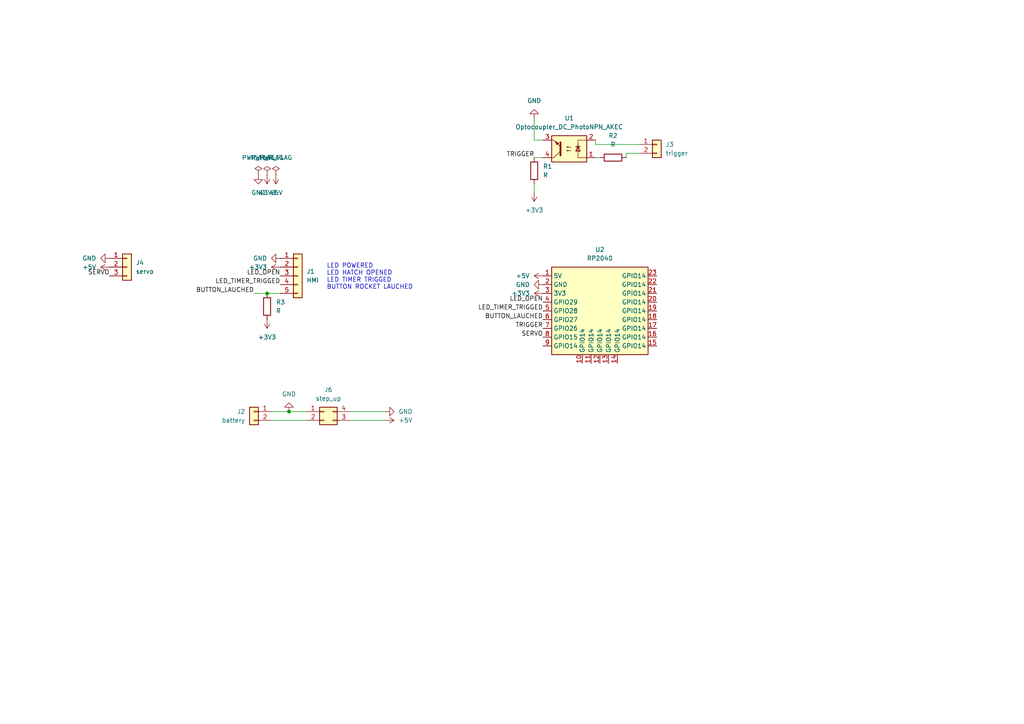
<source format=kicad_sch>
(kicad_sch (version 20250114) (generator "eeschema") (generator_version "9.0")
  (paper "A4")
  (lib_symbols
    (symbol "Connector_Generic:Conn_01x02" (pin_names (offset 1.016) (hide yes))
      (property "Reference" "J" (at 0 2.54 0))
      (property "Value" "Conn_01x02" (at 0 -5.08 0))
      (symbol "Conn_01x02_1_1"
        (rectangle (start -1.27 1.27) (end 1.27 -3.81) (stroke (width 0.254)) (fill (type background)))
        (rectangle (start -1.27 0.127) (end 0 -0.127) (stroke (width 0.1524)))
        (rectangle (start -1.27 -2.413) (end 0 -2.667) (stroke (width 0.1524)))
        (pin passive line (at -5.08 0 0) (length 3.81) (name "Pin_1") (number "1"))
        (pin passive line (at -5.08 -2.54 0) (length 3.81) (name "Pin_2") (number "2"))
      )
    )
    (symbol "Connector_Generic:Conn_01x03" (pin_names (offset 1.016) (hide yes))
      (property "Reference" "J" (at 0 5.08 0))
      (property "Value" "Conn_01x03" (at 0 -5.08 0))
      (symbol "Conn_01x03_1_1"
        (rectangle (start -1.27 3.81) (end 1.27 -3.81) (stroke (width 0.254)) (fill (type background)))
        (rectangle (start -1.27 2.667) (end 0 2.413) (stroke (width 0.1524)))
        (rectangle (start -1.27 0.127) (end 0 -0.127) (stroke (width 0.1524)))
        (rectangle (start -1.27 -2.413) (end 0 -2.667) (stroke (width 0.1524)))
        (pin passive line (at -5.08 2.54 0) (length 3.81) (name "Pin_1") (number "1"))
        (pin passive line (at -5.08 0 0) (length 3.81) (name "Pin_2") (number "2"))
        (pin passive line (at -5.08 -2.54 0) (length 3.81) (name "Pin_3") (number "3"))
      )
    )
    (symbol "Connector_Generic:Conn_01x05" (pin_names (offset 1.016) (hide yes))
      (property "Reference" "J" (at 0 7.62 0))
      (property "Value" "Conn_01x05" (at 0 -7.62 0))
      (symbol "Conn_01x05_1_1"
        (rectangle (start -1.27 6.35) (end 1.27 -6.35) (stroke (width 0.254)) (fill (type background)))
        (rectangle (start -1.27 5.207) (end 0 4.953) (stroke (width 0.1524)))
        (rectangle (start -1.27 2.667) (end 0 2.413) (stroke (width 0.1524)))
        (rectangle (start -1.27 0.127) (end 0 -0.127) (stroke (width 0.1524)))
        (rectangle (start -1.27 -2.413) (end 0 -2.667) (stroke (width 0.1524)))
        (rectangle (start -1.27 -4.953) (end 0 -5.207) (stroke (width 0.1524)))
        (pin passive line (at -5.08 5.08 0) (length 3.81) (name "Pin_1") (number "1"))
        (pin passive line (at -5.08 2.54 0) (length 3.81) (name "Pin_2") (number "2"))
        (pin passive line (at -5.08 0 0) (length 3.81) (name "Pin_3") (number "3"))
        (pin passive line (at -5.08 -2.54 0) (length 3.81) (name "Pin_4") (number "4"))
        (pin passive line (at -5.08 -5.08 0) (length 3.81) (name "Pin_5") (number "5"))
      )
    )
    (symbol "Connector_Generic:Conn_02x02_Counter_Clockwise" (pin_names (offset 1.016) (hide yes))
      (property "Reference" "J" (at 1.27 2.54 0))
      (property "Value" "Conn_02x02_Counter_Clockwise" (at 1.27 -5.08 0))
      (symbol "Conn_02x02_Counter_Clockwise_1_1"
        (rectangle (start -1.27 1.27) (end 3.81 -3.81) (stroke (width 0.254)) (fill (type background)))
        (rectangle (start -1.27 0.127) (end 0 -0.127) (stroke (width 0.1524)))
        (rectangle (start -1.27 -2.413) (end 0 -2.667) (stroke (width 0.1524)))
        (rectangle (start 3.81 0.127) (end 2.54 -0.127) (stroke (width 0.1524)))
        (rectangle (start 3.81 -2.413) (end 2.54 -2.667) (stroke (width 0.1524)))
        (pin passive line (at -5.08 0 0) (length 3.81) (name "Pin_1") (number "1"))
        (pin passive line (at -5.08 -2.54 0) (length 3.81) (name "Pin_2") (number "2"))
        (pin passive line (at 7.62 0 180) (length 3.81) (name "Pin_4") (number "4"))
        (pin passive line (at 7.62 -2.54 180) (length 3.81) (name "Pin_3") (number "3"))
      )
    )
    (symbol "Device:R" (pin_numbers (hide yes)) (pin_names (offset 0))
      (property "Reference" "R" (at 2.032 0 90))
      (property "Value" "R" (at 0 0 90))
      (symbol "R_0_1"
        (rectangle (start -1.016 -2.54) (end 1.016 2.54) (stroke (width 0.254)))
      )
      (symbol "R_1_1"
        (pin passive line (at 0 3.81 270) (length 1.27) (name "~") (number "1"))
        (pin passive line (at 0 -3.81 90) (length 1.27) (name "~") (number "2"))
      )
    )
    (symbol "Isolator:Optocoupler_DC_PhotoNPN_AKEC"
      (property "Reference" "U" (at -5.08 5.08 0))
      (property "Value" "Optocoupler_DC_PhotoNPN_AKEC" (at 0 5.08 0))
      (symbol "Optocoupler_DC_PhotoNPN_AKEC_0_1"
        (rectangle (start -5.08 3.81) (end 5.08 -3.81) (stroke (width 0.254)) (fill (type background)))
        (polyline (pts (xy -5.08 2.54) (xy -2.54 2.54) (xy -2.54 -1.27) (xy -2.54 0.635)))
        (polyline (pts (xy -3.175 -0.635) (xy -1.905 -0.635)) (stroke (width 0.254)))
        (polyline (pts (xy -2.54 -0.635) (xy -2.54 -2.54) (xy -5.08 -2.54)))
        (polyline (pts (xy -2.54 -0.635) (xy -3.175 0.635) (xy -1.905 0.635) (xy -2.54 -0.635)) (stroke (width 0.254)))
        (polyline (pts (xy -0.508 0.508) (xy 0.762 0.508) (xy 0.381 0.381) (xy 0.381 0.635) (xy 0.762 0.508)))
        (polyline (pts (xy -0.508 -0.508) (xy 0.762 -0.508) (xy 0.381 -0.635) (xy 0.381 -0.381) (xy 0.762 -0.508)))
        (polyline (pts (xy 2.54 1.905) (xy 2.54 -1.905)) (stroke (width 0.508)))
        (polyline (pts (xy 2.54 0.635) (xy 4.445 2.54)))
        (polyline (pts (xy 3.048 -1.651) (xy 3.556 -1.143) (xy 4.064 -2.159) (xy 3.048 -1.651)) (fill (type outline)))
        (polyline (pts (xy 4.445 2.54) (xy 5.08 2.54)))
        (polyline (pts (xy 4.445 -2.54) (xy 2.54 -0.635)) (fill (type outline)))
        (polyline (pts (xy 4.445 -2.54) (xy 5.08 -2.54)))
      )
      (symbol "Optocoupler_DC_PhotoNPN_AKEC_1_1"
        (pin passive line (at -7.62 2.54 0) (length 2.54) (name "~") (number "1"))
        (pin passive line (at -7.62 -2.54 0) (length 2.54) (name "~") (number "2"))
        (pin passive line (at 7.62 2.54 180) (length 2.54) (name "~") (number "4"))
        (pin passive line (at 7.62 -2.54 180) (length 2.54) (name "~") (number "3"))
      )
    )
    (symbol "nasa_lib:RP2040"
      (property "Reference" "U" (at -7.62 14.224 0))
      (property "Value" "RP2040" (at 6.35 14.478 0))
      (symbol "RP2040_0_1"
        (rectangle (start -13.97 12.7) (end 13.97 -12.7) (stroke (width 0.254)) (fill (type background)))
      )
      (symbol "RP2040_1_1"
        (pin power_in line (at -16.51 10.16 0) (length 2.54) (name "5V") (number "1"))
        (pin power_in line (at -16.51 7.62 0) (length 2.54) (name "GND") (number "2"))
        (pin power_in line (at -16.51 5.08 0) (length 2.54) (name "3V3") (number "3"))
        (pin bidirectional line (at -16.51 2.54 0) (length 2.54) (name "GPIO29") (number "4"))
        (pin bidirectional line (at -16.51 0 0) (length 2.54) (name "GPIO28") (number "5"))
        (pin bidirectional line (at -16.51 -2.54 0) (length 2.54) (name "GPIO27") (number "6"))
        (pin bidirectional line (at -16.51 -5.08 0) (length 2.54) (name "GPIO26") (number "7"))
        (pin bidirectional line (at -16.51 -7.62 0) (length 2.54) (name "GPIO15") (number "8"))
        (pin bidirectional line (at -16.51 -10.16 0) (length 2.54) (name "GPIO14") (number "9"))
        (pin bidirectional line (at -5.08 -15.24 90) (length 2.54) (name "GPIO14") (number "10"))
        (pin bidirectional line (at -2.54 -15.24 90) (length 2.54) (name "GPIO14") (number "11"))
        (pin bidirectional line (at 0 -15.24 90) (length 2.54) (name "GPIO14") (number "12"))
        (pin bidirectional line (at 2.54 -15.24 90) (length 2.54) (name "GPIO14") (number "13"))
        (pin bidirectional line (at 5.08 -15.24 90) (length 2.54) (name "GPIO14") (number "14"))
        (pin bidirectional line (at 16.51 10.16 180) (length 2.54) (name "GPIO14") (number "23"))
        (pin bidirectional line (at 16.51 7.62 180) (length 2.54) (name "GPIO14") (number "22"))
        (pin bidirectional line (at 16.51 5.08 180) (length 2.54) (name "GPIO14") (number "21"))
        (pin bidirectional line (at 16.51 2.54 180) (length 2.54) (name "GPIO14") (number "20"))
        (pin bidirectional line (at 16.51 0 180) (length 2.54) (name "GPIO14") (number "19"))
        (pin bidirectional line (at 16.51 -2.54 180) (length 2.54) (name "GPIO14") (number "18"))
        (pin bidirectional line (at 16.51 -5.08 180) (length 2.54) (name "GPIO14") (number "17"))
        (pin bidirectional line (at 16.51 -7.62 180) (length 2.54) (name "GPIO14") (number "16"))
        (pin bidirectional line (at 16.51 -10.16 180) (length 2.54) (name "GPIO14") (number "15"))
      )
    )
    (symbol "power:+3V3" (power) (pin_numbers (hide yes)) (pin_names (offset 0) (hide yes))
      (property "Value" "+3V3" (at 0 3.556 0))
      (symbol "+3V3_0_1"
        (polyline (pts (xy -0.762 1.27) (xy 0 2.54)))
        (polyline (pts (xy 0 2.54) (xy 0.762 1.27)))
        (polyline (pts (xy 0 0) (xy 0 2.54)))
      )
      (symbol "+3V3_1_1"
        (pin power_in line (at 0 0 90) (length 0) (name "~") (number "1"))
      )
    )
    (symbol "power:+5V" (power) (pin_numbers (hide yes)) (pin_names (offset 0) (hide yes))
      (property "Value" "+5V" (at 0 3.556 0))
      (symbol "+5V_0_1"
        (polyline (pts (xy -0.762 1.27) (xy 0 2.54)))
        (polyline (pts (xy 0 2.54) (xy 0.762 1.27)))
        (polyline (pts (xy 0 0) (xy 0 2.54)))
      )
      (symbol "+5V_1_1"
        (pin power_in line (at 0 0 90) (length 0) (name "~") (number "1"))
      )
    )
    (symbol "power:GND" (power) (pin_numbers (hide yes)) (pin_names (offset 0) (hide yes))
      (property "Value" "GND" (at 0 -3.81 0))
      (symbol "GND_0_1"
        (polyline (pts (xy 0 0) (xy 0 -1.27) (xy 1.27 -1.27) (xy 0 -2.54) (xy -1.27 -1.27) (xy 0 -1.27)))
      )
      (symbol "GND_1_1"
        (pin power_in line (at 0 0 270) (length 0) (name "~") (number "1"))
      )
    )
    (symbol "power:PWR_FLAG" (power) (pin_numbers (hide yes)) (pin_names (offset 0) (hide yes))
      (property "Value" "PWR_FLAG" (at 0 3.81 0))
      (symbol "PWR_FLAG_0_0"
        (pin power_out line (at 0 0 90) (length 0) (name "~") (number "1"))
      )
      (symbol "PWR_FLAG_0_1"
        (polyline (pts (xy 0 0) (xy 0 1.27) (xy -1.016 1.905) (xy 0 2.54) (xy 1.016 1.905) (xy 0 1.27)))
      )
    )
  )
  (text "LED POWERED\nLED HATCH OPENED\nLED TIMER TRIGGED\nBUTTON ROCKET LAUCHED" (at 94.742 80.264 0) (effects (font (size 1.27 1.27)) (justify left)))
  (junction (at 77.47 85.09))
  (junction (at 83.82 119.38))
  (wire (pts (xy 101.6 121.92) (xy 111.76 121.92)))
  (wire (pts (xy 181.61 44.45) (xy 181.61 45.72)))
  (wire (pts (xy 83.82 119.38) (xy 88.9 119.38)))
  (wire (pts (xy 172.72 45.72) (xy 173.99 45.72)))
  (wire (pts (xy 78.74 121.92) (xy 88.9 121.92)))
  (wire (pts (xy 101.6 119.38) (xy 111.76 119.38)))
  (wire (pts (xy 185.42 41.91) (xy 172.72 41.91)))
  (wire (pts (xy 157.48 40.64) (xy 154.94 40.64)))
  (wire (pts (xy 154.94 40.64) (xy 154.94 34.29)))
  (wire (pts (xy 77.47 85.09) (xy 81.28 85.09)))
  (wire (pts (xy 185.42 44.45) (xy 181.61 44.45)))
  (wire (pts (xy 154.94 53.34) (xy 154.94 55.88)))
  (wire (pts (xy 73.66 85.09) (xy 77.47 85.09)))
  (wire (pts (xy 172.72 41.91) (xy 172.72 40.64)))
  (wire (pts (xy 78.74 119.38) (xy 83.82 119.38)))
  (wire (pts (xy 154.94 45.72) (xy 157.48 45.72)))
  (label "SERVO" (at 31.75 80.01 180))
  (label "BUTTON_LAUCHED" (at 73.66 85.09 180))
  (label "TRIGGER" (at 157.48 95.25 180))
  (label "LED_OPEN" (at 81.28 80.01 180))
  (label "TRIGGER" (at 154.94 45.72 180))
  (label "LED_OPEN" (at 157.48 87.63 180))
  (label "LED_TIMER_TRIGGED" (at 157.48 90.17 180))
  (label "BUTTON_LAUCHED" (at 157.48 92.71 180))
  (label "LED_TIMER_TRIGGED" (at 81.28 82.55 180))
  (label "SERVO" (at 157.48 97.79 180))
  (symbol (lib_id "power:PWR_FLAG") (at 74.93 50.8 0) (unit 1)
    (property "Reference" "#FLG01" (effects (hide yes)))
    (property "Value" "PWR_FLAG" (at 74.93 45.72 0))
    (property "Description" "Special symbol for telling ERC where power comes from" (effects (hide yes)))
  )
  (symbol (lib_id "nasa_lib:RP2040") (at 173.99 90.17 0) (unit 1)
    (property "Reference" "U2" (at 173.99 72.39 0))
    (property "Value" "RP2040" (at 173.99 74.93 0))
    (property "Footprint" "nasa_footprint:rp2040_pico" (effects (hide yes)))
    (property "Description" "RP2040" (effects (hide yes)))
  )
  (symbol (lib_id "Connector_Generic:Conn_01x05") (at 86.36 80.01 0) (unit 1)
    (property "Reference" "J1" (at 88.9 78.7399 0) (effects (justify left)))
    (property "Value" "HMI" (at 88.9 81.2799 0) (effects (justify left)))
    (property "Description" "Generic connector, single row, 01x05, script generated (kicad-library-utils/schlib/autogen/connector/)" (effects (hide yes)))
  )
  (symbol (lib_id "Connector_Generic:Conn_01x02") (at 73.66 119.38 0) (mirror y) (unit 1)
    (property "Reference" "J2" (at 71.12 119.3799 0) (effects (justify left)))
    (property "Value" "battery" (at 71.12 121.9199 0) (effects (justify left)))
    (property "Description" "Generic connector, single row, 01x02, script generated (kicad-library-utils/schlib/autogen/connector/)" (effects (hide yes)))
  )
  (symbol (lib_id "Connector_Generic:Conn_01x02") (at 190.5 41.91 0) (unit 1)
    (property "Reference" "J3" (at 193.04 41.9099 0) (effects (justify left)))
    (property "Value" "trigger" (at 193.04 44.4499 0) (effects (justify left)))
    (property "Description" "Generic connector, single row, 01x02, script generated (kicad-library-utils/schlib/autogen/connector/)" (effects (hide yes)))
  )
  (symbol (lib_id "Connector_Generic:Conn_01x03") (at 36.83 77.47 0) (unit 1)
    (property "Reference" "J4" (at 39.37 76.1999 0) (effects (justify left)))
    (property "Value" "servo" (at 39.37 78.7399 0) (effects (justify left)))
    (property "Description" "Generic connector, single row, 01x03, script generated (kicad-library-utils/schlib/autogen/connector/)" (effects (hide yes)))
  )
  (symbol (lib_id "power:+3V3") (at 81.28 77.47 90) (unit 1)
    (property "Reference" "#PWR016" (effects (hide yes)))
    (property "Value" "+3V3" (at 77.47 77.4699 90) (effects (justify left)))
    (property "Description" "Power symbol creates a global label with name \"+3V3\"" (effects (hide yes)))
  )
  (symbol (lib_id "power:GND") (at 31.75 74.93 270) (unit 1)
    (property "Reference" "#PWR08" (effects (hide yes)))
    (property "Value" "GND" (at 27.94 74.9299 90) (effects (justify right)))
    (property "Description" "Power symbol creates a global label with name \"GND\" , ground" (effects (hide yes)))
  )
  (symbol (lib_id "Device:R") (at 154.94 49.53 0) (unit 1)
    (property "Reference" "R1" (at 157.48 48.2599 0) (effects (justify left)))
    (property "Value" "R" (at 157.48 50.7999 0) (effects (justify left)))
    (property "Description" "Resistor" (effects (hide yes)))
  )
  (symbol (lib_id "power:PWR_FLAG") (at 77.47 50.8 0) (unit 1)
    (property "Reference" "#FLG02" (effects (hide yes)))
    (property "Value" "PWR_FLAG" (at 77.47 45.72 0))
    (property "Description" "Special symbol for telling ERC where power comes from" (effects (hide yes)))
  )
  (symbol (lib_id "power:GND") (at 81.28 74.93 270) (unit 1)
    (property "Reference" "#PWR07" (effects (hide yes)))
    (property "Value" "GND" (at 77.47 74.9299 90) (effects (justify right)))
    (property "Description" "Power symbol creates a global label with name \"GND\" , ground" (effects (hide yes)))
  )
  (symbol (lib_id "power:GND") (at 154.94 34.29 180) (unit 1)
    (property "Reference" "#PWR04" (effects (hide yes)))
    (property "Value" "GND" (at 154.94 29.21 0))
    (property "Description" "Power symbol creates a global label with name \"GND\" , ground" (effects (hide yes)))
  )
  (symbol (lib_id "power:+3V3") (at 77.47 50.8 180) (unit 1)
    (property "Reference" "#PWR02" (effects (hide yes)))
    (property "Value" "+3V3" (at 77.47 55.88 0))
    (property "Description" "Power symbol creates a global label with name \"+3V3\"" (effects (hide yes)))
  )
  (symbol (lib_id "power:+5V") (at 157.48 80.01 90) (unit 1)
    (property "Reference" "#PWR014" (effects (hide yes)))
    (property "Value" "+5V" (at 153.67 80.0099 90) (effects (justify left)))
    (property "Description" "Power symbol creates a global label with name \"+5V\"" (effects (hide yes)))
  )
  (symbol (lib_id "power:+3V3") (at 154.94 55.88 180) (unit 1)
    (property "Reference" "#PWR09" (effects (hide yes)))
    (property "Value" "+3V3" (at 154.94 60.96 0))
    (property "Description" "Power symbol creates a global label with name \"+3V3\"" (effects (hide yes)))
  )
  (symbol (lib_id "Isolator:Optocoupler_DC_PhotoNPN_AKEC") (at 165.1 43.18 180) (unit 1)
    (property "Reference" "U1" (at 165.1 34.29 0))
    (property "Value" "Optocoupler_DC_PhotoNPN_AKEC" (at 165.1 36.83 0))
    (property "Description" "Generic DC optocoupler with NPN phototransistor output, pins order: anode/cathode/emitter/collector" (effects (hide yes)))
  )
  (symbol (lib_id "power:GND") (at 111.76 119.38 90) (unit 1)
    (property "Reference" "#PWR06" (effects (hide yes)))
    (property "Value" "GND" (at 115.57 119.3799 90) (effects (justify right)))
    (property "Description" "Power symbol creates a global label with name \"GND\" , ground" (effects (hide yes)))
  )
  (symbol (lib_id "power:+5V") (at 31.75 77.47 90) (unit 1)
    (property "Reference" "#PWR012" (effects (hide yes)))
    (property "Value" "+5V" (at 27.94 77.4699 90) (effects (justify left)))
    (property "Description" "Power symbol creates a global label with name \"+5V\"" (effects (hide yes)))
  )
  (symbol (lib_id "power:GND") (at 83.82 119.38 180) (unit 1)
    (property "Reference" "#PWR05" (effects (hide yes)))
    (property "Value" "GND" (at 83.82 114.3 0))
    (property "Description" "Power symbol creates a global label with name \"GND\" , ground" (effects (hide yes)))
  )
  (symbol (lib_id "power:+3V3") (at 157.48 85.09 90) (unit 1)
    (property "Reference" "#PWR010" (effects (hide yes)))
    (property "Value" "+3V3" (at 153.67 85.0899 90) (effects (justify left)))
    (property "Description" "Power symbol creates a global label with name \"+3V3\"" (effects (hide yes)))
  )
  (symbol (lib_id "Device:R") (at 177.8 45.72 90) (unit 1)
    (property "Reference" "R2" (at 177.8 39.37 90))
    (property "Value" "R" (at 177.8 41.91 90))
    (property "Description" "Resistor" (effects (hide yes)))
  )
  (symbol (lib_id "power:PWR_FLAG") (at 80.01 50.8 0) (unit 1)
    (property "Reference" "#FLG03" (effects (hide yes)))
    (property "Value" "PWR_FLAG" (at 80.01 45.72 0))
    (property "Description" "Special symbol for telling ERC where power comes from" (effects (hide yes)))
  )
  (symbol (lib_id "power:+5V") (at 80.01 50.8 180) (unit 1)
    (property "Reference" "#PWR03" (effects (hide yes)))
    (property "Value" "+5V" (at 80.01 55.88 0))
    (property "Description" "Power symbol creates a global label with name \"+5V\"" (effects (hide yes)))
  )
  (symbol (lib_id "Connector_Generic:Conn_02x02_Counter_Clockwise") (at 93.98 119.38 0) (unit 1)
    (property "Reference" "J6" (at 95.25 113.03 0))
    (property "Value" "step_up" (at 95.25 115.57 0))
    (property "Description" "Generic connector, double row, 02x02, counter clockwise pin numbering scheme (similar to DIP package numbering), script generated (kicad-library-utils/schlib/autogen/connector/)" (effects (hide yes)))
  )
  (symbol (lib_id "power:+3V3") (at 77.47 92.71 180) (unit 1)
    (property "Reference" "#PWR015" (effects (hide yes)))
    (property "Value" "+3V3" (at 77.47 97.79 0))
    (property "Description" "Power symbol creates a global label with name \"+3V3\"" (effects (hide yes)))
  )
  (symbol (lib_id "Device:R") (at 77.47 88.9 0) (unit 1)
    (property "Reference" "R3" (at 80.01 87.6299 0) (effects (justify left)))
    (property "Value" "R" (at 80.01 90.1699 0) (effects (justify left)))
    (property "Description" "Resistor" (effects (hide yes)))
  )
  (symbol (lib_id "power:+5V") (at 111.76 121.92 270) (unit 1)
    (property "Reference" "#PWR013" (effects (hide yes)))
    (property "Value" "+5V" (at 115.57 121.9199 90) (effects (justify left)))
    (property "Description" "Power symbol creates a global label with name \"+5V\"" (effects (hide yes)))
  )
  (symbol (lib_id "power:GND") (at 74.93 50.8 0) (unit 1)
    (property "Reference" "#PWR01" (effects (hide yes)))
    (property "Value" "GND" (at 74.93 55.88 0))
    (property "Description" "Power symbol creates a global label with name \"GND\" , ground" (effects (hide yes)))
  )
  (symbol (lib_id "power:GND") (at 157.48 82.55 270) (unit 1)
    (property "Reference" "#PWR011" (effects (hide yes)))
    (property "Value" "GND" (at 153.67 82.5499 90) (effects (justify right)))
    (property "Description" "Power symbol creates a global label with name \"GND\" , ground" (effects (hide yes)))
  )
)
</source>
